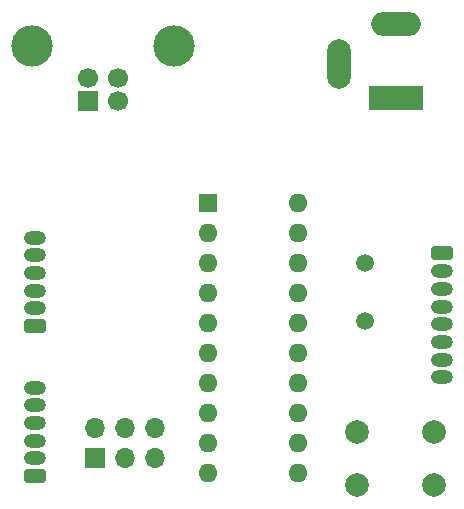
<source format=gbr>
%TF.GenerationSoftware,KiCad,Pcbnew,7.0.10*%
%TF.CreationDate,2025-06-13T16:12:02+05:30*%
%TF.ProjectId,PIC custom dev board_01,50494320-6375-4737-946f-6d2064657620,rev?*%
%TF.SameCoordinates,Original*%
%TF.FileFunction,Soldermask,Bot*%
%TF.FilePolarity,Negative*%
%FSLAX46Y46*%
G04 Gerber Fmt 4.6, Leading zero omitted, Abs format (unit mm)*
G04 Created by KiCad (PCBNEW 7.0.10) date 2025-06-13 16:12:02*
%MOMM*%
%LPD*%
G01*
G04 APERTURE LIST*
G04 Aperture macros list*
%AMRoundRect*
0 Rectangle with rounded corners*
0 $1 Rounding radius*
0 $2 $3 $4 $5 $6 $7 $8 $9 X,Y pos of 4 corners*
0 Add a 4 corners polygon primitive as box body*
4,1,4,$2,$3,$4,$5,$6,$7,$8,$9,$2,$3,0*
0 Add four circle primitives for the rounded corners*
1,1,$1+$1,$2,$3*
1,1,$1+$1,$4,$5*
1,1,$1+$1,$6,$7*
1,1,$1+$1,$8,$9*
0 Add four rect primitives between the rounded corners*
20,1,$1+$1,$2,$3,$4,$5,0*
20,1,$1+$1,$4,$5,$6,$7,0*
20,1,$1+$1,$6,$7,$8,$9,0*
20,1,$1+$1,$8,$9,$2,$3,0*%
G04 Aperture macros list end*
%ADD10RoundRect,0.250000X0.685000X-0.335000X0.685000X0.335000X-0.685000X0.335000X-0.685000X-0.335000X0*%
%ADD11O,1.870000X1.170000*%
%ADD12R,4.600000X2.000000*%
%ADD13O,4.200000X2.000000*%
%ADD14O,2.000000X4.200000*%
%ADD15C,2.000000*%
%ADD16R,1.700000X1.700000*%
%ADD17C,1.700000*%
%ADD18C,3.500000*%
%ADD19O,1.700000X1.700000*%
%ADD20RoundRect,0.250000X-0.685000X0.335000X-0.685000X-0.335000X0.685000X-0.335000X0.685000X0.335000X0*%
%ADD21C,1.500000*%
%ADD22R,1.600000X1.600000*%
%ADD23O,1.600000X1.600000*%
G04 APERTURE END LIST*
D10*
%TO.C,J5*%
X118745000Y-96750000D03*
D11*
X118745000Y-95250000D03*
X118745000Y-93750000D03*
X118745000Y-92250000D03*
X118745000Y-90750000D03*
X118745000Y-89250000D03*
%TD*%
D12*
%TO.C,J2*%
X149240000Y-64770000D03*
D13*
X149240000Y-58470000D03*
D14*
X144440000Y-61870000D03*
%TD*%
D15*
%TO.C,SW1*%
X145975000Y-93000000D03*
X152475000Y-93000000D03*
X145975000Y-97500000D03*
X152475000Y-97500000D03*
%TD*%
D10*
%TO.C,J4*%
X118745000Y-84050000D03*
D11*
X118745000Y-82550000D03*
X118745000Y-81050000D03*
X118745000Y-79550000D03*
X118745000Y-78050000D03*
X118745000Y-76550000D03*
%TD*%
D16*
%TO.C,J6*%
X123210000Y-64997500D03*
D17*
X125710000Y-64997500D03*
X125710000Y-62997500D03*
X123210000Y-62997500D03*
D18*
X118440000Y-60287500D03*
X130480000Y-60287500D03*
%TD*%
D16*
%TO.C,J3*%
X123825000Y-95250000D03*
D19*
X123825000Y-92710000D03*
X126365000Y-95250000D03*
X126365000Y-92710000D03*
X128905000Y-95250000D03*
X128905000Y-92710000D03*
%TD*%
D20*
%TO.C,J1*%
X153162000Y-77892000D03*
D11*
X153162000Y-79392000D03*
X153162000Y-80892000D03*
X153162000Y-82392000D03*
X153162000Y-83892000D03*
X153162000Y-85392000D03*
X153162000Y-86892000D03*
X153162000Y-88392000D03*
%TD*%
D21*
%TO.C,Y1*%
X146685000Y-83620000D03*
X146685000Y-78740000D03*
%TD*%
D22*
%TO.C,U2*%
X133350000Y-73660000D03*
D23*
X133350000Y-76200000D03*
X133350000Y-78740000D03*
X133350000Y-81280000D03*
X133350000Y-83820000D03*
X133350000Y-86360000D03*
X133350000Y-88900000D03*
X133350000Y-91440000D03*
X133350000Y-93980000D03*
X133350000Y-96520000D03*
X140970000Y-96520000D03*
X140970000Y-93980000D03*
X140970000Y-91440000D03*
X140970000Y-88900000D03*
X140970000Y-86360000D03*
X140970000Y-83820000D03*
X140970000Y-81280000D03*
X140970000Y-78740000D03*
X140970000Y-76200000D03*
X140970000Y-73660000D03*
%TD*%
M02*

</source>
